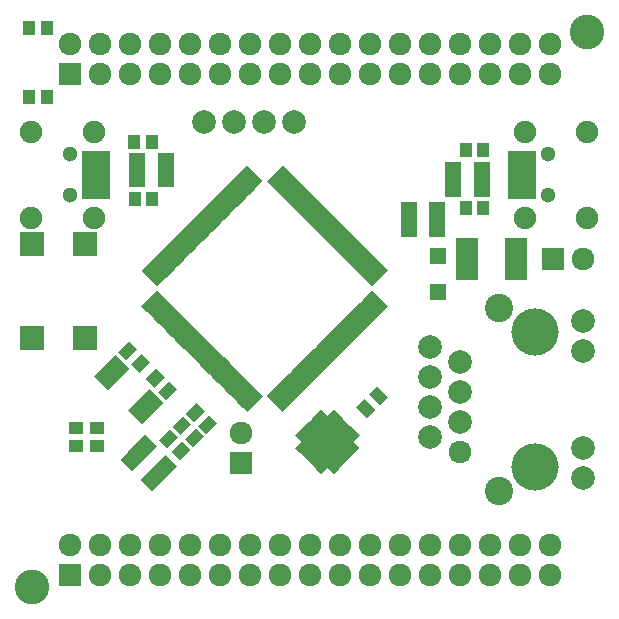
<source format=gts>
G04 #@! TF.FileFunction,Soldermask,Top*
%FSLAX46Y46*%
G04 Gerber Fmt 4.6, Leading zero omitted, Abs format (unit mm)*
G04 Created by KiCad (PCBNEW 4.0.7) date 04/11/18 17:00:27*
%MOMM*%
%LPD*%
G01*
G04 APERTURE LIST*
%ADD10C,0.100000*%
%ADD11R,1.400000X1.100000*%
%ADD12C,1.924000*%
%ADD13C,2.000000*%
%ADD14C,4.000000*%
%ADD15C,2.400000*%
%ADD16R,2.400000X0.900000*%
%ADD17C,1.300000*%
%ADD18C,1.900000*%
%ADD19R,1.924000X1.924000*%
%ADD20R,1.300000X1.000000*%
%ADD21R,1.400000X1.400000*%
%ADD22R,1.900000X3.600000*%
%ADD23R,1.000000X1.300000*%
%ADD24R,2.000000X2.000000*%
%ADD25C,2.940000*%
G04 APERTURE END LIST*
D10*
G36*
X12555619Y26156282D02*
X11212116Y24812779D01*
X10752497Y25272398D01*
X12096000Y26615901D01*
X12555619Y26156282D01*
X12555619Y26156282D01*
G37*
G36*
X12909173Y25802728D02*
X11565670Y24459225D01*
X11106051Y24918844D01*
X12449554Y26262347D01*
X12909173Y25802728D01*
X12909173Y25802728D01*
G37*
G36*
X13262726Y25449175D02*
X11919223Y24105672D01*
X11459604Y24565291D01*
X12803107Y25908794D01*
X13262726Y25449175D01*
X13262726Y25449175D01*
G37*
G36*
X13616280Y25095622D02*
X12272777Y23752119D01*
X11813158Y24211738D01*
X13156661Y25555241D01*
X13616280Y25095622D01*
X13616280Y25095622D01*
G37*
G36*
X13969833Y24742068D02*
X12626330Y23398565D01*
X12166711Y23858184D01*
X13510214Y25201687D01*
X13969833Y24742068D01*
X13969833Y24742068D01*
G37*
G36*
X14323386Y24388515D02*
X12979883Y23045012D01*
X12520264Y23504631D01*
X13863767Y24848134D01*
X14323386Y24388515D01*
X14323386Y24388515D01*
G37*
G36*
X14676940Y24034961D02*
X13333437Y22691458D01*
X12873818Y23151077D01*
X14217321Y24494580D01*
X14676940Y24034961D01*
X14676940Y24034961D01*
G37*
G36*
X15030493Y23681408D02*
X13686990Y22337905D01*
X13227371Y22797524D01*
X14570874Y24141027D01*
X15030493Y23681408D01*
X15030493Y23681408D01*
G37*
G36*
X15384047Y23327855D02*
X14040544Y21984352D01*
X13580925Y22443971D01*
X14924428Y23787474D01*
X15384047Y23327855D01*
X15384047Y23327855D01*
G37*
G36*
X15737600Y22974301D02*
X14394097Y21630798D01*
X13934478Y22090417D01*
X15277981Y23433920D01*
X15737600Y22974301D01*
X15737600Y22974301D01*
G37*
G36*
X16091153Y22620748D02*
X14747650Y21277245D01*
X14288031Y21736864D01*
X15631534Y23080367D01*
X16091153Y22620748D01*
X16091153Y22620748D01*
G37*
G36*
X16444707Y22267195D02*
X15101204Y20923692D01*
X14641585Y21383311D01*
X15985088Y22726814D01*
X16444707Y22267195D01*
X16444707Y22267195D01*
G37*
G36*
X16798260Y21913641D02*
X15454757Y20570138D01*
X14995138Y21029757D01*
X16338641Y22373260D01*
X16798260Y21913641D01*
X16798260Y21913641D01*
G37*
G36*
X17151814Y21560088D02*
X15808311Y20216585D01*
X15348692Y20676204D01*
X16692195Y22019707D01*
X17151814Y21560088D01*
X17151814Y21560088D01*
G37*
G36*
X17505367Y21206534D02*
X16161864Y19863031D01*
X15702245Y20322650D01*
X17045748Y21666153D01*
X17505367Y21206534D01*
X17505367Y21206534D01*
G37*
G36*
X17858920Y20852981D02*
X16515417Y19509478D01*
X16055798Y19969097D01*
X17399301Y21312600D01*
X17858920Y20852981D01*
X17858920Y20852981D01*
G37*
G36*
X18212474Y20499428D02*
X16868971Y19155925D01*
X16409352Y19615544D01*
X17752855Y20959047D01*
X18212474Y20499428D01*
X18212474Y20499428D01*
G37*
G36*
X18566027Y20145874D02*
X17222524Y18802371D01*
X16762905Y19261990D01*
X18106408Y20605493D01*
X18566027Y20145874D01*
X18566027Y20145874D01*
G37*
G36*
X18919580Y19792321D02*
X17576077Y18448818D01*
X17116458Y18908437D01*
X18459961Y20251940D01*
X18919580Y19792321D01*
X18919580Y19792321D01*
G37*
G36*
X19273134Y19438767D02*
X17929631Y18095264D01*
X17470012Y18554883D01*
X18813515Y19898386D01*
X19273134Y19438767D01*
X19273134Y19438767D01*
G37*
G36*
X19626687Y19085214D02*
X18283184Y17741711D01*
X17823565Y18201330D01*
X19167068Y19544833D01*
X19626687Y19085214D01*
X19626687Y19085214D01*
G37*
G36*
X19980241Y18731661D02*
X18636738Y17388158D01*
X18177119Y17847777D01*
X19520622Y19191280D01*
X19980241Y18731661D01*
X19980241Y18731661D01*
G37*
G36*
X20333794Y18378107D02*
X18990291Y17034604D01*
X18530672Y17494223D01*
X19874175Y18837726D01*
X20333794Y18378107D01*
X20333794Y18378107D01*
G37*
G36*
X20687347Y18024554D02*
X19343844Y16681051D01*
X18884225Y17140670D01*
X20227728Y18484173D01*
X20687347Y18024554D01*
X20687347Y18024554D01*
G37*
G36*
X21040901Y17671000D02*
X19697398Y16327497D01*
X19237779Y16787116D01*
X20581282Y18130619D01*
X21040901Y17671000D01*
X21040901Y17671000D01*
G37*
G36*
X22702602Y16327497D02*
X21359099Y17671000D01*
X21818718Y18130619D01*
X23162221Y16787116D01*
X22702602Y16327497D01*
X22702602Y16327497D01*
G37*
G36*
X23056156Y16681051D02*
X21712653Y18024554D01*
X22172272Y18484173D01*
X23515775Y17140670D01*
X23056156Y16681051D01*
X23056156Y16681051D01*
G37*
G36*
X23409709Y17034604D02*
X22066206Y18378107D01*
X22525825Y18837726D01*
X23869328Y17494223D01*
X23409709Y17034604D01*
X23409709Y17034604D01*
G37*
G36*
X23763262Y17388158D02*
X22419759Y18731661D01*
X22879378Y19191280D01*
X24222881Y17847777D01*
X23763262Y17388158D01*
X23763262Y17388158D01*
G37*
G36*
X24116816Y17741711D02*
X22773313Y19085214D01*
X23232932Y19544833D01*
X24576435Y18201330D01*
X24116816Y17741711D01*
X24116816Y17741711D01*
G37*
G36*
X24470369Y18095264D02*
X23126866Y19438767D01*
X23586485Y19898386D01*
X24929988Y18554883D01*
X24470369Y18095264D01*
X24470369Y18095264D01*
G37*
G36*
X24823923Y18448818D02*
X23480420Y19792321D01*
X23940039Y20251940D01*
X25283542Y18908437D01*
X24823923Y18448818D01*
X24823923Y18448818D01*
G37*
G36*
X25177476Y18802371D02*
X23833973Y20145874D01*
X24293592Y20605493D01*
X25637095Y19261990D01*
X25177476Y18802371D01*
X25177476Y18802371D01*
G37*
G36*
X25531029Y19155925D02*
X24187526Y20499428D01*
X24647145Y20959047D01*
X25990648Y19615544D01*
X25531029Y19155925D01*
X25531029Y19155925D01*
G37*
G36*
X25884583Y19509478D02*
X24541080Y20852981D01*
X25000699Y21312600D01*
X26344202Y19969097D01*
X25884583Y19509478D01*
X25884583Y19509478D01*
G37*
G36*
X26238136Y19863031D02*
X24894633Y21206534D01*
X25354252Y21666153D01*
X26697755Y20322650D01*
X26238136Y19863031D01*
X26238136Y19863031D01*
G37*
G36*
X26591689Y20216585D02*
X25248186Y21560088D01*
X25707805Y22019707D01*
X27051308Y20676204D01*
X26591689Y20216585D01*
X26591689Y20216585D01*
G37*
G36*
X26945243Y20570138D02*
X25601740Y21913641D01*
X26061359Y22373260D01*
X27404862Y21029757D01*
X26945243Y20570138D01*
X26945243Y20570138D01*
G37*
G36*
X27298796Y20923692D02*
X25955293Y22267195D01*
X26414912Y22726814D01*
X27758415Y21383311D01*
X27298796Y20923692D01*
X27298796Y20923692D01*
G37*
G36*
X27652350Y21277245D02*
X26308847Y22620748D01*
X26768466Y23080367D01*
X28111969Y21736864D01*
X27652350Y21277245D01*
X27652350Y21277245D01*
G37*
G36*
X28005903Y21630798D02*
X26662400Y22974301D01*
X27122019Y23433920D01*
X28465522Y22090417D01*
X28005903Y21630798D01*
X28005903Y21630798D01*
G37*
G36*
X28359456Y21984352D02*
X27015953Y23327855D01*
X27475572Y23787474D01*
X28819075Y22443971D01*
X28359456Y21984352D01*
X28359456Y21984352D01*
G37*
G36*
X28713010Y22337905D02*
X27369507Y23681408D01*
X27829126Y24141027D01*
X29172629Y22797524D01*
X28713010Y22337905D01*
X28713010Y22337905D01*
G37*
G36*
X29066563Y22691458D02*
X27723060Y24034961D01*
X28182679Y24494580D01*
X29526182Y23151077D01*
X29066563Y22691458D01*
X29066563Y22691458D01*
G37*
G36*
X29420117Y23045012D02*
X28076614Y24388515D01*
X28536233Y24848134D01*
X29879736Y23504631D01*
X29420117Y23045012D01*
X29420117Y23045012D01*
G37*
G36*
X29773670Y23398565D02*
X28430167Y24742068D01*
X28889786Y25201687D01*
X30233289Y23858184D01*
X29773670Y23398565D01*
X29773670Y23398565D01*
G37*
G36*
X30127223Y23752119D02*
X28783720Y25095622D01*
X29243339Y25555241D01*
X30586842Y24211738D01*
X30127223Y23752119D01*
X30127223Y23752119D01*
G37*
G36*
X30480777Y24105672D02*
X29137274Y25449175D01*
X29596893Y25908794D01*
X30940396Y24565291D01*
X30480777Y24105672D01*
X30480777Y24105672D01*
G37*
G36*
X30834330Y24459225D02*
X29490827Y25802728D01*
X29950446Y26262347D01*
X31293949Y24918844D01*
X30834330Y24459225D01*
X30834330Y24459225D01*
G37*
G36*
X31187884Y24812779D02*
X29844381Y26156282D01*
X30304000Y26615901D01*
X31647503Y25272398D01*
X31187884Y24812779D01*
X31187884Y24812779D01*
G37*
G36*
X31647503Y28277602D02*
X30304000Y26934099D01*
X29844381Y27393718D01*
X31187884Y28737221D01*
X31647503Y28277602D01*
X31647503Y28277602D01*
G37*
G36*
X31293949Y28631156D02*
X29950446Y27287653D01*
X29490827Y27747272D01*
X30834330Y29090775D01*
X31293949Y28631156D01*
X31293949Y28631156D01*
G37*
G36*
X30940396Y28984709D02*
X29596893Y27641206D01*
X29137274Y28100825D01*
X30480777Y29444328D01*
X30940396Y28984709D01*
X30940396Y28984709D01*
G37*
G36*
X30586842Y29338262D02*
X29243339Y27994759D01*
X28783720Y28454378D01*
X30127223Y29797881D01*
X30586842Y29338262D01*
X30586842Y29338262D01*
G37*
G36*
X30233289Y29691816D02*
X28889786Y28348313D01*
X28430167Y28807932D01*
X29773670Y30151435D01*
X30233289Y29691816D01*
X30233289Y29691816D01*
G37*
G36*
X29879736Y30045369D02*
X28536233Y28701866D01*
X28076614Y29161485D01*
X29420117Y30504988D01*
X29879736Y30045369D01*
X29879736Y30045369D01*
G37*
G36*
X29526182Y30398923D02*
X28182679Y29055420D01*
X27723060Y29515039D01*
X29066563Y30858542D01*
X29526182Y30398923D01*
X29526182Y30398923D01*
G37*
G36*
X29172629Y30752476D02*
X27829126Y29408973D01*
X27369507Y29868592D01*
X28713010Y31212095D01*
X29172629Y30752476D01*
X29172629Y30752476D01*
G37*
G36*
X28819075Y31106029D02*
X27475572Y29762526D01*
X27015953Y30222145D01*
X28359456Y31565648D01*
X28819075Y31106029D01*
X28819075Y31106029D01*
G37*
G36*
X28465522Y31459583D02*
X27122019Y30116080D01*
X26662400Y30575699D01*
X28005903Y31919202D01*
X28465522Y31459583D01*
X28465522Y31459583D01*
G37*
G36*
X28111969Y31813136D02*
X26768466Y30469633D01*
X26308847Y30929252D01*
X27652350Y32272755D01*
X28111969Y31813136D01*
X28111969Y31813136D01*
G37*
G36*
X27758415Y32166689D02*
X26414912Y30823186D01*
X25955293Y31282805D01*
X27298796Y32626308D01*
X27758415Y32166689D01*
X27758415Y32166689D01*
G37*
G36*
X27404862Y32520243D02*
X26061359Y31176740D01*
X25601740Y31636359D01*
X26945243Y32979862D01*
X27404862Y32520243D01*
X27404862Y32520243D01*
G37*
G36*
X27051308Y32873796D02*
X25707805Y31530293D01*
X25248186Y31989912D01*
X26591689Y33333415D01*
X27051308Y32873796D01*
X27051308Y32873796D01*
G37*
G36*
X26697755Y33227350D02*
X25354252Y31883847D01*
X24894633Y32343466D01*
X26238136Y33686969D01*
X26697755Y33227350D01*
X26697755Y33227350D01*
G37*
G36*
X26344202Y33580903D02*
X25000699Y32237400D01*
X24541080Y32697019D01*
X25884583Y34040522D01*
X26344202Y33580903D01*
X26344202Y33580903D01*
G37*
G36*
X25990648Y33934456D02*
X24647145Y32590953D01*
X24187526Y33050572D01*
X25531029Y34394075D01*
X25990648Y33934456D01*
X25990648Y33934456D01*
G37*
G36*
X25637095Y34288010D02*
X24293592Y32944507D01*
X23833973Y33404126D01*
X25177476Y34747629D01*
X25637095Y34288010D01*
X25637095Y34288010D01*
G37*
G36*
X25283542Y34641563D02*
X23940039Y33298060D01*
X23480420Y33757679D01*
X24823923Y35101182D01*
X25283542Y34641563D01*
X25283542Y34641563D01*
G37*
G36*
X24929988Y34995117D02*
X23586485Y33651614D01*
X23126866Y34111233D01*
X24470369Y35454736D01*
X24929988Y34995117D01*
X24929988Y34995117D01*
G37*
G36*
X24576435Y35348670D02*
X23232932Y34005167D01*
X22773313Y34464786D01*
X24116816Y35808289D01*
X24576435Y35348670D01*
X24576435Y35348670D01*
G37*
G36*
X24222881Y35702223D02*
X22879378Y34358720D01*
X22419759Y34818339D01*
X23763262Y36161842D01*
X24222881Y35702223D01*
X24222881Y35702223D01*
G37*
G36*
X23869328Y36055777D02*
X22525825Y34712274D01*
X22066206Y35171893D01*
X23409709Y36515396D01*
X23869328Y36055777D01*
X23869328Y36055777D01*
G37*
G36*
X23515775Y36409330D02*
X22172272Y35065827D01*
X21712653Y35525446D01*
X23056156Y36868949D01*
X23515775Y36409330D01*
X23515775Y36409330D01*
G37*
G36*
X23162221Y36762884D02*
X21818718Y35419381D01*
X21359099Y35879000D01*
X22702602Y37222503D01*
X23162221Y36762884D01*
X23162221Y36762884D01*
G37*
G36*
X20581282Y35419381D02*
X19237779Y36762884D01*
X19697398Y37222503D01*
X21040901Y35879000D01*
X20581282Y35419381D01*
X20581282Y35419381D01*
G37*
G36*
X20227728Y35065827D02*
X18884225Y36409330D01*
X19343844Y36868949D01*
X20687347Y35525446D01*
X20227728Y35065827D01*
X20227728Y35065827D01*
G37*
G36*
X19874175Y34712274D02*
X18530672Y36055777D01*
X18990291Y36515396D01*
X20333794Y35171893D01*
X19874175Y34712274D01*
X19874175Y34712274D01*
G37*
G36*
X19520622Y34358720D02*
X18177119Y35702223D01*
X18636738Y36161842D01*
X19980241Y34818339D01*
X19520622Y34358720D01*
X19520622Y34358720D01*
G37*
G36*
X19167068Y34005167D02*
X17823565Y35348670D01*
X18283184Y35808289D01*
X19626687Y34464786D01*
X19167068Y34005167D01*
X19167068Y34005167D01*
G37*
G36*
X18813515Y33651614D02*
X17470012Y34995117D01*
X17929631Y35454736D01*
X19273134Y34111233D01*
X18813515Y33651614D01*
X18813515Y33651614D01*
G37*
G36*
X18459961Y33298060D02*
X17116458Y34641563D01*
X17576077Y35101182D01*
X18919580Y33757679D01*
X18459961Y33298060D01*
X18459961Y33298060D01*
G37*
G36*
X18106408Y32944507D02*
X16762905Y34288010D01*
X17222524Y34747629D01*
X18566027Y33404126D01*
X18106408Y32944507D01*
X18106408Y32944507D01*
G37*
G36*
X17752855Y32590953D02*
X16409352Y33934456D01*
X16868971Y34394075D01*
X18212474Y33050572D01*
X17752855Y32590953D01*
X17752855Y32590953D01*
G37*
G36*
X17399301Y32237400D02*
X16055798Y33580903D01*
X16515417Y34040522D01*
X17858920Y32697019D01*
X17399301Y32237400D01*
X17399301Y32237400D01*
G37*
G36*
X17045748Y31883847D02*
X15702245Y33227350D01*
X16161864Y33686969D01*
X17505367Y32343466D01*
X17045748Y31883847D01*
X17045748Y31883847D01*
G37*
G36*
X16692195Y31530293D02*
X15348692Y32873796D01*
X15808311Y33333415D01*
X17151814Y31989912D01*
X16692195Y31530293D01*
X16692195Y31530293D01*
G37*
G36*
X16338641Y31176740D02*
X14995138Y32520243D01*
X15454757Y32979862D01*
X16798260Y31636359D01*
X16338641Y31176740D01*
X16338641Y31176740D01*
G37*
G36*
X15985088Y30823186D02*
X14641585Y32166689D01*
X15101204Y32626308D01*
X16444707Y31282805D01*
X15985088Y30823186D01*
X15985088Y30823186D01*
G37*
G36*
X15631534Y30469633D02*
X14288031Y31813136D01*
X14747650Y32272755D01*
X16091153Y30929252D01*
X15631534Y30469633D01*
X15631534Y30469633D01*
G37*
G36*
X15277981Y30116080D02*
X13934478Y31459583D01*
X14394097Y31919202D01*
X15737600Y30575699D01*
X15277981Y30116080D01*
X15277981Y30116080D01*
G37*
G36*
X14924428Y29762526D02*
X13580925Y31106029D01*
X14040544Y31565648D01*
X15384047Y30222145D01*
X14924428Y29762526D01*
X14924428Y29762526D01*
G37*
G36*
X14570874Y29408973D02*
X13227371Y30752476D01*
X13686990Y31212095D01*
X15030493Y29868592D01*
X14570874Y29408973D01*
X14570874Y29408973D01*
G37*
G36*
X14217321Y29055420D02*
X12873818Y30398923D01*
X13333437Y30858542D01*
X14676940Y29515039D01*
X14217321Y29055420D01*
X14217321Y29055420D01*
G37*
G36*
X13863767Y28701866D02*
X12520264Y30045369D01*
X12979883Y30504988D01*
X14323386Y29161485D01*
X13863767Y28701866D01*
X13863767Y28701866D01*
G37*
G36*
X13510214Y28348313D02*
X12166711Y29691816D01*
X12626330Y30151435D01*
X13969833Y28807932D01*
X13510214Y28348313D01*
X13510214Y28348313D01*
G37*
G36*
X13156661Y27994759D02*
X11813158Y29338262D01*
X12272777Y29797881D01*
X13616280Y28454378D01*
X13156661Y27994759D01*
X13156661Y27994759D01*
G37*
G36*
X12803107Y27641206D02*
X11459604Y28984709D01*
X11919223Y29444328D01*
X13262726Y28100825D01*
X12803107Y27641206D01*
X12803107Y27641206D01*
G37*
G36*
X12449554Y27287653D02*
X11106051Y28631156D01*
X11565670Y29090775D01*
X12909173Y27747272D01*
X12449554Y27287653D01*
X12449554Y27287653D01*
G37*
G36*
X12096000Y26934099D02*
X10752497Y28277602D01*
X11212116Y28737221D01*
X12555619Y27393718D01*
X12096000Y26934099D01*
X12096000Y26934099D01*
G37*
G36*
X8781497Y21399264D02*
X9700736Y22318503D01*
X10407843Y21611396D01*
X9488604Y20692157D01*
X8781497Y21399264D01*
X8781497Y21399264D01*
G37*
G36*
X9842157Y20338604D02*
X10761396Y21257843D01*
X11468503Y20550736D01*
X10549264Y19631497D01*
X9842157Y20338604D01*
X9842157Y20338604D01*
G37*
G36*
X13793503Y18225736D02*
X12874264Y17306497D01*
X12167157Y18013604D01*
X13086396Y18932843D01*
X13793503Y18225736D01*
X13793503Y18225736D01*
G37*
G36*
X12732843Y19286396D02*
X11813604Y18367157D01*
X11106497Y19074264D01*
X12025736Y19993503D01*
X12732843Y19286396D01*
X12732843Y19286396D01*
G37*
D11*
X37150000Y36950000D03*
X37150000Y36000000D03*
X37150000Y35050000D03*
X39550000Y35050000D03*
X39550000Y36000000D03*
X39550000Y36950000D03*
X12800000Y35850000D03*
X12800000Y36800000D03*
X12800000Y37750000D03*
X10400000Y37750000D03*
X10400000Y36800000D03*
X10400000Y35850000D03*
D12*
X37700000Y12900000D03*
D13*
X35160000Y14170000D03*
X37700000Y15440000D03*
X35160000Y16710000D03*
X37700000Y17980000D03*
X35160000Y19250000D03*
X37700000Y20520000D03*
X35160000Y21790000D03*
X48110000Y10720000D03*
X48110000Y13260000D03*
X48110000Y21430000D03*
X48110000Y23970000D03*
D14*
X44050000Y11630000D03*
X44050000Y23060000D03*
D15*
X41000000Y9600000D03*
X41000000Y25090000D03*
D16*
X42950000Y36400000D03*
X42950000Y37200000D03*
X42950000Y38000000D03*
X42950000Y34800000D03*
X42950000Y35600000D03*
D17*
X45200000Y34650000D03*
X45200000Y38150000D03*
D18*
X43200000Y32750000D03*
X43200000Y40050000D03*
X48500000Y32750000D03*
X48500000Y40050000D03*
D16*
X6950000Y36400000D03*
X6950000Y35600000D03*
X6950000Y34800000D03*
X6950000Y38000000D03*
X6950000Y37200000D03*
D17*
X4700000Y38150000D03*
X4700000Y34650000D03*
D18*
X6700000Y40050000D03*
X6700000Y32750000D03*
X1400000Y40050000D03*
X1400000Y32750000D03*
D10*
G36*
X27475807Y11508974D02*
X27023259Y11056426D01*
X26386863Y11692822D01*
X26839411Y12145370D01*
X27475807Y11508974D01*
X27475807Y11508974D01*
G37*
G36*
X27829361Y11862527D02*
X27376813Y11409979D01*
X26740417Y12046375D01*
X27192965Y12498923D01*
X27829361Y11862527D01*
X27829361Y11862527D01*
G37*
G36*
X28182914Y12216081D02*
X27730366Y11763533D01*
X27093970Y12399929D01*
X27546518Y12852477D01*
X28182914Y12216081D01*
X28182914Y12216081D01*
G37*
G36*
X28536467Y12569634D02*
X28083919Y12117086D01*
X27447523Y12753482D01*
X27900071Y13206030D01*
X28536467Y12569634D01*
X28536467Y12569634D01*
G37*
G36*
X28890021Y12923187D02*
X28437473Y12470639D01*
X27801077Y13107035D01*
X28253625Y13559583D01*
X28890021Y12923187D01*
X28890021Y12923187D01*
G37*
G36*
X29243574Y13276741D02*
X28791026Y12824193D01*
X28154630Y13460589D01*
X28607178Y13913137D01*
X29243574Y13276741D01*
X29243574Y13276741D01*
G37*
G36*
X28791026Y14775807D02*
X29243574Y14323259D01*
X28607178Y13686863D01*
X28154630Y14139411D01*
X28791026Y14775807D01*
X28791026Y14775807D01*
G37*
G36*
X28437473Y15129361D02*
X28890021Y14676813D01*
X28253625Y14040417D01*
X27801077Y14492965D01*
X28437473Y15129361D01*
X28437473Y15129361D01*
G37*
G36*
X28083919Y15482914D02*
X28536467Y15030366D01*
X27900071Y14393970D01*
X27447523Y14846518D01*
X28083919Y15482914D01*
X28083919Y15482914D01*
G37*
G36*
X27730366Y15836467D02*
X28182914Y15383919D01*
X27546518Y14747523D01*
X27093970Y15200071D01*
X27730366Y15836467D01*
X27730366Y15836467D01*
G37*
G36*
X27376813Y16190021D02*
X27829361Y15737473D01*
X27192965Y15101077D01*
X26740417Y15553625D01*
X27376813Y16190021D01*
X27376813Y16190021D01*
G37*
G36*
X27023259Y16543574D02*
X27475807Y16091026D01*
X26839411Y15454630D01*
X26386863Y15907178D01*
X27023259Y16543574D01*
X27023259Y16543574D01*
G37*
G36*
X26613137Y15907178D02*
X26160589Y15454630D01*
X25524193Y16091026D01*
X25976741Y16543574D01*
X26613137Y15907178D01*
X26613137Y15907178D01*
G37*
G36*
X26259583Y15553625D02*
X25807035Y15101077D01*
X25170639Y15737473D01*
X25623187Y16190021D01*
X26259583Y15553625D01*
X26259583Y15553625D01*
G37*
G36*
X25906030Y15200071D02*
X25453482Y14747523D01*
X24817086Y15383919D01*
X25269634Y15836467D01*
X25906030Y15200071D01*
X25906030Y15200071D01*
G37*
G36*
X25552477Y14846518D02*
X25099929Y14393970D01*
X24463533Y15030366D01*
X24916081Y15482914D01*
X25552477Y14846518D01*
X25552477Y14846518D01*
G37*
G36*
X25198923Y14492965D02*
X24746375Y14040417D01*
X24109979Y14676813D01*
X24562527Y15129361D01*
X25198923Y14492965D01*
X25198923Y14492965D01*
G37*
G36*
X24845370Y14139411D02*
X24392822Y13686863D01*
X23756426Y14323259D01*
X24208974Y14775807D01*
X24845370Y14139411D01*
X24845370Y14139411D01*
G37*
G36*
X24392822Y13913137D02*
X24845370Y13460589D01*
X24208974Y12824193D01*
X23756426Y13276741D01*
X24392822Y13913137D01*
X24392822Y13913137D01*
G37*
G36*
X24746375Y13559583D02*
X25198923Y13107035D01*
X24562527Y12470639D01*
X24109979Y12923187D01*
X24746375Y13559583D01*
X24746375Y13559583D01*
G37*
G36*
X25099929Y13206030D02*
X25552477Y12753482D01*
X24916081Y12117086D01*
X24463533Y12569634D01*
X25099929Y13206030D01*
X25099929Y13206030D01*
G37*
G36*
X25453482Y12852477D02*
X25906030Y12399929D01*
X25269634Y11763533D01*
X24817086Y12216081D01*
X25453482Y12852477D01*
X25453482Y12852477D01*
G37*
G36*
X25807035Y12498923D02*
X26259583Y12046375D01*
X25623187Y11409979D01*
X25170639Y11862527D01*
X25807035Y12498923D01*
X25807035Y12498923D01*
G37*
G36*
X26160589Y12145370D02*
X26613137Y11692822D01*
X25976741Y11056426D01*
X25524193Y11508974D01*
X26160589Y12145370D01*
X26160589Y12145370D01*
G37*
G36*
X26500000Y15921320D02*
X28621320Y13800000D01*
X26500000Y11678680D01*
X24378680Y13800000D01*
X26500000Y15921320D01*
X26500000Y15921320D01*
G37*
D11*
X33400000Y33550000D03*
X33400000Y32600000D03*
X33400000Y31650000D03*
X35800000Y31650000D03*
X35800000Y32600000D03*
X35800000Y33550000D03*
D10*
G36*
X6761862Y19317731D02*
X8607269Y21163138D01*
X9788138Y19982269D01*
X7942731Y18136862D01*
X6761862Y19317731D01*
X6761862Y19317731D01*
G37*
G36*
X9635544Y16444049D02*
X11480951Y18289456D01*
X12661820Y17108587D01*
X10816413Y15263180D01*
X9635544Y16444049D01*
X9635544Y16444049D01*
G37*
D12*
X4700000Y5040000D03*
D19*
X4700000Y2500000D03*
D12*
X7240000Y5040000D03*
X7240000Y2500000D03*
X9780000Y5040000D03*
X9780000Y2500000D03*
X12320000Y5040000D03*
X12320000Y2500000D03*
X14860000Y5040000D03*
X14860000Y2500000D03*
X17400000Y5040000D03*
X17400000Y2500000D03*
X19940000Y5040000D03*
X19940000Y2500000D03*
X22480000Y5040000D03*
X22480000Y2500000D03*
X25020000Y5040000D03*
X25020000Y2500000D03*
X27560000Y5040000D03*
X27560000Y2500000D03*
X30100000Y5040000D03*
X30100000Y2500000D03*
X32640000Y5040000D03*
X32640000Y2500000D03*
X35180000Y5040000D03*
X35180000Y2500000D03*
X37720000Y5040000D03*
X37720000Y2500000D03*
X40260000Y5040000D03*
X40260000Y2500000D03*
X42800000Y5040000D03*
X42800000Y2500000D03*
X45340000Y5040000D03*
X45340000Y2500000D03*
X4700000Y47440000D03*
D19*
X4700000Y44900000D03*
D12*
X7240000Y47440000D03*
X7240000Y44900000D03*
X9780000Y47440000D03*
X9780000Y44900000D03*
X12320000Y47440000D03*
X12320000Y44900000D03*
X14860000Y47440000D03*
X14860000Y44900000D03*
X17400000Y47440000D03*
X17400000Y44900000D03*
X19940000Y47440000D03*
X19940000Y44900000D03*
X22480000Y47440000D03*
X22480000Y44900000D03*
X25020000Y47440000D03*
X25020000Y44900000D03*
X27560000Y47440000D03*
X27560000Y44900000D03*
X30100000Y47440000D03*
X30100000Y44900000D03*
X32640000Y47440000D03*
X32640000Y44900000D03*
X35180000Y47440000D03*
X35180000Y44900000D03*
X37720000Y47440000D03*
X37720000Y44900000D03*
X40260000Y47440000D03*
X40260000Y44900000D03*
X42800000Y47440000D03*
X42800000Y44900000D03*
X45340000Y47440000D03*
X45340000Y44900000D03*
D10*
G36*
X13356497Y15074264D02*
X14275736Y15993503D01*
X14982843Y15286396D01*
X14063604Y14367157D01*
X13356497Y15074264D01*
X13356497Y15074264D01*
G37*
G36*
X14417157Y14013604D02*
X15336396Y14932843D01*
X16043503Y14225736D01*
X15124264Y13306497D01*
X14417157Y14013604D01*
X14417157Y14013604D01*
G37*
G36*
X14481497Y16174264D02*
X15400736Y17093503D01*
X16107843Y16386396D01*
X15188604Y15467157D01*
X14481497Y16174264D01*
X14481497Y16174264D01*
G37*
G36*
X15542157Y15113604D02*
X16461396Y16032843D01*
X17168503Y15325736D01*
X16249264Y14406497D01*
X15542157Y15113604D01*
X15542157Y15113604D01*
G37*
D20*
X7000000Y14950000D03*
X7000000Y13450000D03*
X5200000Y14950000D03*
X5200000Y13450000D03*
D21*
X35850000Y29500000D03*
X35850000Y26500000D03*
D22*
X38300000Y29300000D03*
X42500000Y29300000D03*
D10*
G36*
X14918503Y13125736D02*
X13999264Y12206497D01*
X13292157Y12913604D01*
X14211396Y13832843D01*
X14918503Y13125736D01*
X14918503Y13125736D01*
G37*
G36*
X13857843Y14186396D02*
X12938604Y13267157D01*
X12231497Y13974264D01*
X13150736Y14893503D01*
X13857843Y14186396D01*
X13857843Y14186396D01*
G37*
D12*
X19200000Y14540000D03*
D19*
X19200000Y12000000D03*
D12*
X48140000Y29300000D03*
D19*
X45600000Y29300000D03*
D10*
G36*
X30724264Y18493503D02*
X31643503Y17574264D01*
X30936396Y16867157D01*
X30017157Y17786396D01*
X30724264Y18493503D01*
X30724264Y18493503D01*
G37*
G36*
X29663604Y17432843D02*
X30582843Y16513604D01*
X29875736Y15806497D01*
X28956497Y16725736D01*
X29663604Y17432843D01*
X29663604Y17432843D01*
G37*
G36*
X11093629Y14402691D02*
X12083578Y13412742D01*
X11305761Y12634925D01*
X10315812Y13624874D01*
X11093629Y14402691D01*
X11093629Y14402691D01*
G37*
G36*
X10421878Y13730939D02*
X11411827Y12740990D01*
X10634010Y11963173D01*
X9644061Y12953122D01*
X10421878Y13730939D01*
X10421878Y13730939D01*
G37*
G36*
X9750126Y13059188D02*
X10740075Y12069239D01*
X9962258Y11291422D01*
X8972309Y12281371D01*
X9750126Y13059188D01*
X9750126Y13059188D01*
G37*
G36*
X11447183Y11362132D02*
X12437132Y10372183D01*
X11659315Y9594366D01*
X10669366Y10584315D01*
X11447183Y11362132D01*
X11447183Y11362132D01*
G37*
G36*
X12118934Y12033883D02*
X13108883Y11043934D01*
X12331066Y10266117D01*
X11341117Y11256066D01*
X12118934Y12033883D01*
X12118934Y12033883D01*
G37*
G36*
X12790685Y12705634D02*
X13780634Y11715685D01*
X13002817Y10937868D01*
X12012868Y11927817D01*
X12790685Y12705634D01*
X12790685Y12705634D01*
G37*
D13*
X23700000Y40850000D03*
X21160000Y40850000D03*
X18620000Y40850000D03*
X16080000Y40850000D03*
D23*
X2750000Y43000000D03*
X1250000Y43000000D03*
X2750000Y48800000D03*
X1250000Y48800000D03*
D24*
X5950000Y30550000D03*
X5950000Y22550000D03*
X1450000Y30550000D03*
X1450000Y22550000D03*
D25*
X1500000Y1500000D03*
X48500000Y48500000D03*
D23*
X38200000Y33550000D03*
X39700000Y33550000D03*
X11650000Y39200000D03*
X10150000Y39200000D03*
X11675000Y34375000D03*
X10175000Y34375000D03*
X39700000Y38450000D03*
X38200000Y38450000D03*
M02*

</source>
